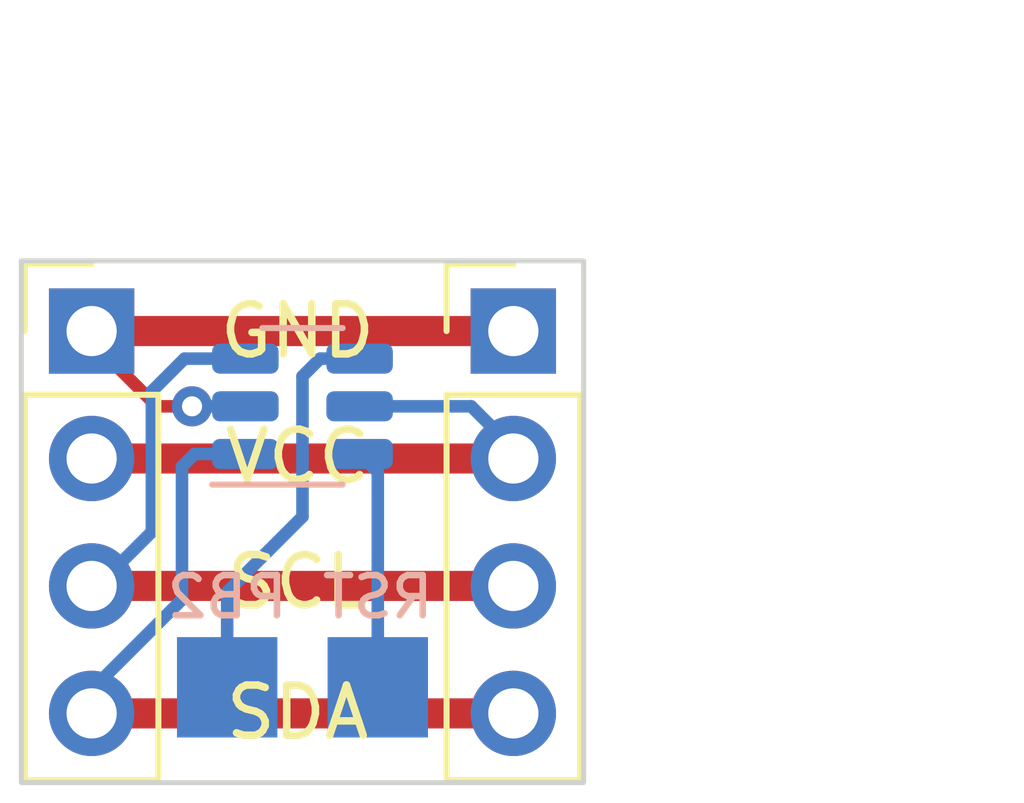
<source format=kicad_pcb>
(kicad_pcb (version 20211014) (generator pcbnew)
  (layers (0 "F.Cu" signal) (31 "B.Cu" signal) (34 "B.Paste" user) (35 "F.Paste" user) (36 "B.SilkS" user "B.Silkscreen") (37 "F.SilkS" user "F.Silkscreen") (38 "B.Mask" user) (39 "F.Mask" user) (44 "Edge.Cuts" user))
  (net 0 "")
  (net 1 "GND")
  (net 2 "VCC")
  (net 3 "/SCL")
  (net 4 "/SDA")
  (net 5 "/RST")
  (net 6 "/PB2")
  (footprint "Connector_PinHeader_2.54mm:PinHeader_1x04_P2.54mm_Vertical" (layer "F.Cu") (at 148.3 84.7)
    (fp_text reference "J2" hide)
    (fp_text value "I2CIN" hide)
    (fp_line (start -1.33 1.27) (end -1.33 8.95) (layer "F.SilkS") (width 0.12))
    (fp_line (start -1.33 1.27) (end 1.33 1.27) (layer "F.SilkS") (width 0.12))
    (fp_line (start -1.33 8.95) (end 1.33 8.95) (layer "F.SilkS") (width 0.12))
    (fp_line (start -1.33 0) (end -1.33 -1.33) (layer "F.SilkS") (width 0.12))
    (fp_line (start -1.33 -1.33) (end 0 -1.33) (layer "F.SilkS") (width 0.12))
    (fp_line (start 1.33 1.27) (end 1.33 8.95) (layer "F.SilkS") (width 0.12))
    (pad "1" thru_hole rect (at 0 0) (size 1.7 1.7) (drill 1) (layers *.Cu *.Mask) (net 1 "GND"))
    (pad "2" thru_hole oval (at 0 2.54) (size 1.7 1.7) (drill 1) (layers *.Cu *.Mask) (net 2 "VCC"))
    (pad "3" thru_hole oval (at 0 5.08) (size 1.7 1.7) (drill 1) (layers *.Cu *.Mask) (net 3 "/SCL"))
    (pad "4" thru_hole oval (at 0 7.62) (size 1.7 1.7) (drill 1) (layers *.Cu *.Mask) (net 4 "/SDA"))
  )
  (footprint "Connector_PinHeader_2.54mm:PinHeader_1x04_P2.54mm_Vertical" (layer "F.Cu") (at 139.9 84.7)
    (fp_text reference "J1" hide)
    (fp_text value "I2CIN" hide)
    (fp_line (start -1.33 1.27) (end -1.33 8.95) (layer "F.SilkS") (width 0.12))
    (fp_line (start -1.33 0) (end -1.33 -1.33) (layer "F.SilkS") (width 0.12))
    (fp_line (start -1.33 -1.33) (end 0 -1.33) (layer "F.SilkS") (width 0.12))
    (fp_line (start -1.33 8.95) (end 1.33 8.95) (layer "F.SilkS") (width 0.12))
    (fp_line (start -1.33 1.27) (end 1.33 1.27) (layer "F.SilkS") (width 0.12))
    (fp_line (start 1.33 1.27) (end 1.33 8.95) (layer "F.SilkS") (width 0.12))
    (pad "1" thru_hole rect (at 0 0) (size 1.7 1.7) (drill 1) (layers *.Cu *.Mask) (net 1 "GND"))
    (pad "2" thru_hole oval (at 0 2.54) (size 1.7 1.7) (drill 1) (layers *.Cu *.Mask) (net 2 "VCC"))
    (pad "3" thru_hole oval (at 0 5.08) (size 1.7 1.7) (drill 1) (layers *.Cu *.Mask) (net 3 "/SCL"))
    (pad "4" thru_hole oval (at 0 7.62) (size 1.7 1.7) (drill 1) (layers *.Cu *.Mask) (net 4 "/SDA"))
  )
  (footprint "KiCadCustomLibs:PAD_2x3" (layer "B.Cu") (at 145.6 91.8 180)
    (fp_text reference "J3" hide)
    (fp_text value "RST" hide)
    (pad "1" smd rect (at 0 0 180) (size 2 2) (layers "B.Cu" "B.Mask") (net 5 "/RST"))
  )
  (footprint "Package_TO_SOT_SMD:SOT-23-6" (layer "B.Cu") (at 144.1 86.2)
    (fp_text reference "U1" hide)
    (fp_text value "ATtiny10-TS" hide)
    (fp_line (start 0 -1.56) (end 0.8 -1.56) (layer "B.SilkS") (width 0.12))
    (fp_line (start 0 1.56) (end -1.8 1.56) (layer "B.SilkS") (width 0.12))
    (fp_line (start 0 1.56) (end 0.8 1.56) (layer "B.SilkS") (width 0.12))
    (fp_line (start 0 -1.56) (end -0.8 -1.56) (layer "B.SilkS") (width 0.12))
    (pad "1" smd roundrect (at -1.1375 0.95) (size 1.325 0.6) (layers "B.Cu" "B.Paste" "B.Mask") (net 4 "/SDA"))
    (pad "2" smd roundrect (at -1.1375 0) (size 1.325 0.6) (layers "B.Cu" "B.Paste" "B.Mask") (net 1 "GND"))
    (pad "3" smd roundrect (at -1.1375 -0.95) (size 1.325 0.6) (layers "B.Cu" "B.Paste" "B.Mask") (net 3 "/SCL"))
    (pad "4" smd roundrect (at 1.1375 -0.95) (size 1.325 0.6) (layers "B.Cu" "B.Paste" "B.Mask") (net 6 "/PB2"))
    (pad "5" smd roundrect (at 1.1375 0) (size 1.325 0.6) (layers "B.Cu" "B.Paste" "B.Mask") (net 2 "VCC"))
    (pad "6" smd roundrect (at 1.1375 0.95) (size 1.325 0.6) (layers "B.Cu" "B.Paste" "B.Mask") (net 5 "/RST"))
  )
  (footprint "KiCadCustomLibs:PAD_2x3" (layer "B.Cu") (at 142.6 91.8 180)
    (fp_text reference "J4" hide)
    (fp_text value "PB2" hide)
    (pad "1" smd rect (at 0 0 180) (size 2 2) (layers "B.Cu" "B.Mask") (net 6 "/PB2"))
  )
  (gr_rect (start 138.5 83.3) (end 149.7 93.7) (layer "Edge.Cuts") (width 0.1) (fill none))
  (gr_text "PB2" (at 142.6 90) (layer "B.SilkS") (effects (font (size 0.8 0.8) (thickness 0.13)) (justify mirror)))
  (gr_text "RST" (at 145.6 90) (layer "B.SilkS") (effects (font (size 0.8 0.8) (thickness 0.13)) (justify mirror)))
  (gr_text "VCC" (at 144 87.2) (layer "F.SilkS") (effects (font (size 1 1))))
  (gr_text "SCL" (at 144 89.7) (layer "F.SilkS") (effects (font (size 1 1))))
  (gr_text "SDA" (at 144 92.3) (layer "F.SilkS") (effects (font (size 1 1))))
  (gr_text "GND" (at 144 84.7) (layer "F.SilkS") (effects (font (size 1 1))))
  (segment (start 139.7 84.7) (end 148.5 84.7) (width 0.6) (layer "F.Cu") (net 1))
  (segment (start 141.2 86.2) (end 139.7 84.7) (width 0.25) (layer "F.Cu") (net 1))
  (segment (start 141.9 86.2) (end 141.2 86.2) (width 0.25) (layer "F.Cu") (net 1))
  (via (at 141.9 86.2) (size 0.8) (drill 0.4) (layers "F.Cu" "B.Cu") (net 1))
  (segment (start 142.9625 86.2) (end 141.9 86.2) (width 0.25) (layer "B.Cu") (net 1))
  (segment (start 139.7 87.24) (end 148.5 87.24) (width 0.6) (layer "F.Cu") (net 2))
  (segment (start 147.46 86.2) (end 148.5 87.24) (width 0.25) (layer "B.Cu") (net 2))
  (segment (start 145.2375 86.2) (end 147.46 86.2) (width 0.25) (layer "B.Cu") (net 2))
  (segment (start 139.7 89.78) (end 148.5 89.78) (width 0.6) (layer "F.Cu") (net 3))
  (segment (start 141.1 85.9) (end 141.1 88.7) (width 0.25) (layer "B.Cu") (net 3))
  (segment (start 141.1 88.7) (end 140.02 89.78) (width 0.25) (layer "B.Cu") (net 3))
  (segment (start 142.9625 85.25) (end 141.75 85.25) (width 0.25) (layer "B.Cu") (net 3))
  (segment (start 140.02 89.78) (end 139.7 89.78) (width 0.25) (layer "B.Cu") (net 3))
  (segment (start 141.75 85.25) (end 141.1 85.9) (width 0.25) (layer "B.Cu") (net 3))
  (segment (start 139.7 92.32) (end 148.5 92.32) (width 0.6) (layer "F.Cu") (net 4))
  (segment (start 142.9625 87.15) (end 141.95 87.15) (width 0.25) (layer "B.Cu") (net 4))
  (segment (start 141.7 90.050978) (end 139.7 92.050978) (width 0.25) (layer "B.Cu") (net 4))
  (segment (start 141.7 87.4) (end 141.7 90.050978) (width 0.25) (layer "B.Cu") (net 4))
  (segment (start 139.7 92.050978) (end 139.7 92.32) (width 0.25) (layer "B.Cu") (net 4))
  (segment (start 141.95 87.15) (end 141.7 87.4) (width 0.25) (layer "B.Cu") (net 4))
  (segment (start 145.6 87.5125) (end 145.6 91.8) (width 0.25) (layer "B.Cu") (net 5))
  (segment (start 145.2375 87.15) (end 145.6 87.5125) (width 0.25) (layer "B.Cu") (net 5))
  (segment (start 145.2375 85.25) (end 144.45 85.25) (width 0.25) (layer "B.Cu") (net 6))
  (segment (start 144.45 85.25) (end 144.1 85.6) (width 0.25) (layer "B.Cu") (net 6))
  (segment (start 144.1 88.4) (end 142.6 89.9) (width 0.25) (layer "B.Cu") (net 6))
  (segment (start 144.1 85.6) (end 144.1 88.4) (width 0.25) (layer "B.Cu") (net 6))
  (segment (start 142.6 89.9) (end 142.6 91.8) (width 0.25) (layer "B.Cu") (net 6))
)
</source>
